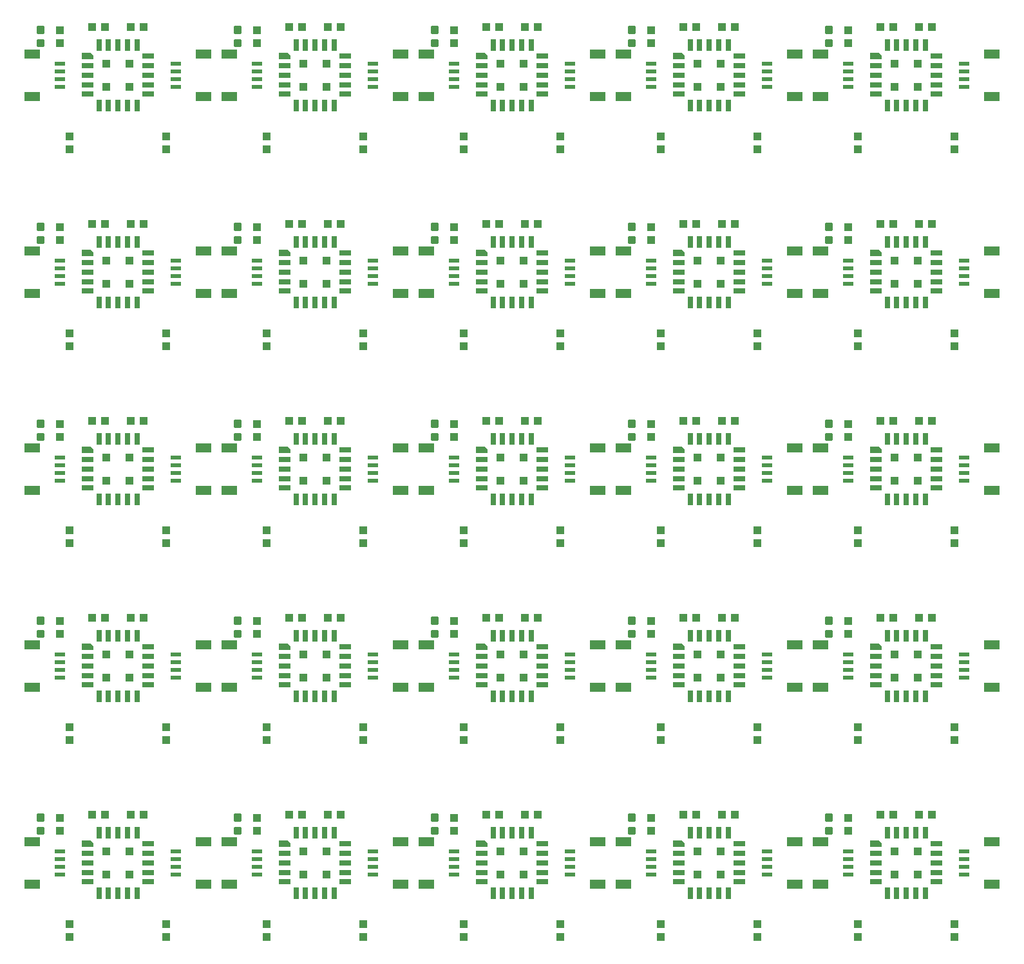
<source format=gtp>
G04 EAGLE Gerber RS-274X export*
G75*
%MOMM*%
%FSLAX34Y34*%
%LPD*%
%INSolderpaste Top*%
%IPPOS*%
%AMOC8*
5,1,8,0,0,1.08239X$1,22.5*%
G01*
%ADD10R,2.000000X1.200000*%
%ADD11R,1.350000X0.600000*%
%ADD12C,0.300000*%
%ADD13R,1.000000X1.100000*%
%ADD14R,1.500000X0.800000*%
%ADD15R,1.000000X1.000000*%
%ADD16R,0.800000X1.500000*%
%ADD17R,1.100000X1.000000*%

G36*
X1130867Y1184307D02*
X1130867Y1184307D01*
X1130862Y1184314D01*
X1130869Y1184320D01*
X1130869Y1189320D01*
X1130853Y1189341D01*
X1130855Y1189355D01*
X1127855Y1192355D01*
X1127828Y1192359D01*
X1127820Y1192369D01*
X1115820Y1192369D01*
X1115773Y1192333D01*
X1115778Y1192326D01*
X1115771Y1192320D01*
X1115771Y1184320D01*
X1115807Y1184273D01*
X1115814Y1184278D01*
X1115820Y1184271D01*
X1130820Y1184271D01*
X1130867Y1184307D01*
G37*
G36*
X871787Y1184307D02*
X871787Y1184307D01*
X871782Y1184314D01*
X871789Y1184320D01*
X871789Y1189320D01*
X871773Y1189341D01*
X871775Y1189355D01*
X868775Y1192355D01*
X868748Y1192359D01*
X868740Y1192369D01*
X856740Y1192369D01*
X856693Y1192333D01*
X856698Y1192326D01*
X856691Y1192320D01*
X856691Y1184320D01*
X856727Y1184273D01*
X856734Y1184278D01*
X856740Y1184271D01*
X871740Y1184271D01*
X871787Y1184307D01*
G37*
G36*
X612707Y1184307D02*
X612707Y1184307D01*
X612702Y1184314D01*
X612709Y1184320D01*
X612709Y1189320D01*
X612693Y1189341D01*
X612695Y1189355D01*
X609695Y1192355D01*
X609668Y1192359D01*
X609660Y1192369D01*
X597660Y1192369D01*
X597613Y1192333D01*
X597618Y1192326D01*
X597611Y1192320D01*
X597611Y1184320D01*
X597647Y1184273D01*
X597654Y1184278D01*
X597660Y1184271D01*
X612660Y1184271D01*
X612707Y1184307D01*
G37*
G36*
X353627Y1184307D02*
X353627Y1184307D01*
X353622Y1184314D01*
X353629Y1184320D01*
X353629Y1189320D01*
X353613Y1189341D01*
X353615Y1189355D01*
X350615Y1192355D01*
X350588Y1192359D01*
X350580Y1192369D01*
X338580Y1192369D01*
X338533Y1192333D01*
X338538Y1192326D01*
X338531Y1192320D01*
X338531Y1184320D01*
X338567Y1184273D01*
X338574Y1184278D01*
X338580Y1184271D01*
X353580Y1184271D01*
X353627Y1184307D01*
G37*
G36*
X94547Y1184307D02*
X94547Y1184307D01*
X94542Y1184314D01*
X94549Y1184320D01*
X94549Y1189320D01*
X94533Y1189341D01*
X94535Y1189355D01*
X91535Y1192355D01*
X91508Y1192359D01*
X91500Y1192369D01*
X79500Y1192369D01*
X79453Y1192333D01*
X79458Y1192326D01*
X79451Y1192320D01*
X79451Y1184320D01*
X79487Y1184273D01*
X79494Y1184278D01*
X79500Y1184271D01*
X94500Y1184271D01*
X94547Y1184307D01*
G37*
G36*
X1130867Y925227D02*
X1130867Y925227D01*
X1130862Y925234D01*
X1130869Y925240D01*
X1130869Y930240D01*
X1130853Y930261D01*
X1130855Y930275D01*
X1127855Y933275D01*
X1127828Y933279D01*
X1127820Y933289D01*
X1115820Y933289D01*
X1115773Y933253D01*
X1115778Y933246D01*
X1115771Y933240D01*
X1115771Y925240D01*
X1115807Y925193D01*
X1115814Y925198D01*
X1115820Y925191D01*
X1130820Y925191D01*
X1130867Y925227D01*
G37*
G36*
X871787Y925227D02*
X871787Y925227D01*
X871782Y925234D01*
X871789Y925240D01*
X871789Y930240D01*
X871773Y930261D01*
X871775Y930275D01*
X868775Y933275D01*
X868748Y933279D01*
X868740Y933289D01*
X856740Y933289D01*
X856693Y933253D01*
X856698Y933246D01*
X856691Y933240D01*
X856691Y925240D01*
X856727Y925193D01*
X856734Y925198D01*
X856740Y925191D01*
X871740Y925191D01*
X871787Y925227D01*
G37*
G36*
X94547Y925227D02*
X94547Y925227D01*
X94542Y925234D01*
X94549Y925240D01*
X94549Y930240D01*
X94533Y930261D01*
X94535Y930275D01*
X91535Y933275D01*
X91508Y933279D01*
X91500Y933289D01*
X79500Y933289D01*
X79453Y933253D01*
X79458Y933246D01*
X79451Y933240D01*
X79451Y925240D01*
X79487Y925193D01*
X79494Y925198D01*
X79500Y925191D01*
X94500Y925191D01*
X94547Y925227D01*
G37*
G36*
X353627Y925227D02*
X353627Y925227D01*
X353622Y925234D01*
X353629Y925240D01*
X353629Y930240D01*
X353613Y930261D01*
X353615Y930275D01*
X350615Y933275D01*
X350588Y933279D01*
X350580Y933289D01*
X338580Y933289D01*
X338533Y933253D01*
X338538Y933246D01*
X338531Y933240D01*
X338531Y925240D01*
X338567Y925193D01*
X338574Y925198D01*
X338580Y925191D01*
X353580Y925191D01*
X353627Y925227D01*
G37*
G36*
X612707Y925227D02*
X612707Y925227D01*
X612702Y925234D01*
X612709Y925240D01*
X612709Y930240D01*
X612693Y930261D01*
X612695Y930275D01*
X609695Y933275D01*
X609668Y933279D01*
X609660Y933289D01*
X597660Y933289D01*
X597613Y933253D01*
X597618Y933246D01*
X597611Y933240D01*
X597611Y925240D01*
X597647Y925193D01*
X597654Y925198D01*
X597660Y925191D01*
X612660Y925191D01*
X612707Y925227D01*
G37*
G36*
X1130867Y666147D02*
X1130867Y666147D01*
X1130862Y666154D01*
X1130869Y666160D01*
X1130869Y671160D01*
X1130853Y671181D01*
X1130855Y671195D01*
X1127855Y674195D01*
X1127828Y674199D01*
X1127820Y674209D01*
X1115820Y674209D01*
X1115773Y674173D01*
X1115778Y674166D01*
X1115771Y674160D01*
X1115771Y666160D01*
X1115807Y666113D01*
X1115814Y666118D01*
X1115820Y666111D01*
X1130820Y666111D01*
X1130867Y666147D01*
G37*
G36*
X871787Y666147D02*
X871787Y666147D01*
X871782Y666154D01*
X871789Y666160D01*
X871789Y671160D01*
X871773Y671181D01*
X871775Y671195D01*
X868775Y674195D01*
X868748Y674199D01*
X868740Y674209D01*
X856740Y674209D01*
X856693Y674173D01*
X856698Y674166D01*
X856691Y674160D01*
X856691Y666160D01*
X856727Y666113D01*
X856734Y666118D01*
X856740Y666111D01*
X871740Y666111D01*
X871787Y666147D01*
G37*
G36*
X612707Y666147D02*
X612707Y666147D01*
X612702Y666154D01*
X612709Y666160D01*
X612709Y671160D01*
X612693Y671181D01*
X612695Y671195D01*
X609695Y674195D01*
X609668Y674199D01*
X609660Y674209D01*
X597660Y674209D01*
X597613Y674173D01*
X597618Y674166D01*
X597611Y674160D01*
X597611Y666160D01*
X597647Y666113D01*
X597654Y666118D01*
X597660Y666111D01*
X612660Y666111D01*
X612707Y666147D01*
G37*
G36*
X353627Y666147D02*
X353627Y666147D01*
X353622Y666154D01*
X353629Y666160D01*
X353629Y671160D01*
X353613Y671181D01*
X353615Y671195D01*
X350615Y674195D01*
X350588Y674199D01*
X350580Y674209D01*
X338580Y674209D01*
X338533Y674173D01*
X338538Y674166D01*
X338531Y674160D01*
X338531Y666160D01*
X338567Y666113D01*
X338574Y666118D01*
X338580Y666111D01*
X353580Y666111D01*
X353627Y666147D01*
G37*
G36*
X94547Y666147D02*
X94547Y666147D01*
X94542Y666154D01*
X94549Y666160D01*
X94549Y671160D01*
X94533Y671181D01*
X94535Y671195D01*
X91535Y674195D01*
X91508Y674199D01*
X91500Y674209D01*
X79500Y674209D01*
X79453Y674173D01*
X79458Y674166D01*
X79451Y674160D01*
X79451Y666160D01*
X79487Y666113D01*
X79494Y666118D01*
X79500Y666111D01*
X94500Y666111D01*
X94547Y666147D01*
G37*
G36*
X1130867Y407067D02*
X1130867Y407067D01*
X1130862Y407074D01*
X1130869Y407080D01*
X1130869Y412080D01*
X1130853Y412101D01*
X1130855Y412115D01*
X1127855Y415115D01*
X1127828Y415119D01*
X1127820Y415129D01*
X1115820Y415129D01*
X1115773Y415093D01*
X1115778Y415086D01*
X1115771Y415080D01*
X1115771Y407080D01*
X1115807Y407033D01*
X1115814Y407038D01*
X1115820Y407031D01*
X1130820Y407031D01*
X1130867Y407067D01*
G37*
G36*
X353627Y407067D02*
X353627Y407067D01*
X353622Y407074D01*
X353629Y407080D01*
X353629Y412080D01*
X353613Y412101D01*
X353615Y412115D01*
X350615Y415115D01*
X350588Y415119D01*
X350580Y415129D01*
X338580Y415129D01*
X338533Y415093D01*
X338538Y415086D01*
X338531Y415080D01*
X338531Y407080D01*
X338567Y407033D01*
X338574Y407038D01*
X338580Y407031D01*
X353580Y407031D01*
X353627Y407067D01*
G37*
G36*
X94547Y407067D02*
X94547Y407067D01*
X94542Y407074D01*
X94549Y407080D01*
X94549Y412080D01*
X94533Y412101D01*
X94535Y412115D01*
X91535Y415115D01*
X91508Y415119D01*
X91500Y415129D01*
X79500Y415129D01*
X79453Y415093D01*
X79458Y415086D01*
X79451Y415080D01*
X79451Y407080D01*
X79487Y407033D01*
X79494Y407038D01*
X79500Y407031D01*
X94500Y407031D01*
X94547Y407067D01*
G37*
G36*
X871787Y407067D02*
X871787Y407067D01*
X871782Y407074D01*
X871789Y407080D01*
X871789Y412080D01*
X871773Y412101D01*
X871775Y412115D01*
X868775Y415115D01*
X868748Y415119D01*
X868740Y415129D01*
X856740Y415129D01*
X856693Y415093D01*
X856698Y415086D01*
X856691Y415080D01*
X856691Y407080D01*
X856727Y407033D01*
X856734Y407038D01*
X856740Y407031D01*
X871740Y407031D01*
X871787Y407067D01*
G37*
G36*
X612707Y407067D02*
X612707Y407067D01*
X612702Y407074D01*
X612709Y407080D01*
X612709Y412080D01*
X612693Y412101D01*
X612695Y412115D01*
X609695Y415115D01*
X609668Y415119D01*
X609660Y415129D01*
X597660Y415129D01*
X597613Y415093D01*
X597618Y415086D01*
X597611Y415080D01*
X597611Y407080D01*
X597647Y407033D01*
X597654Y407038D01*
X597660Y407031D01*
X612660Y407031D01*
X612707Y407067D01*
G37*
G36*
X1130867Y147987D02*
X1130867Y147987D01*
X1130862Y147994D01*
X1130869Y148000D01*
X1130869Y153000D01*
X1130853Y153021D01*
X1130855Y153035D01*
X1127855Y156035D01*
X1127828Y156039D01*
X1127820Y156049D01*
X1115820Y156049D01*
X1115773Y156013D01*
X1115778Y156006D01*
X1115771Y156000D01*
X1115771Y148000D01*
X1115807Y147953D01*
X1115814Y147958D01*
X1115820Y147951D01*
X1130820Y147951D01*
X1130867Y147987D01*
G37*
G36*
X871787Y147987D02*
X871787Y147987D01*
X871782Y147994D01*
X871789Y148000D01*
X871789Y153000D01*
X871773Y153021D01*
X871775Y153035D01*
X868775Y156035D01*
X868748Y156039D01*
X868740Y156049D01*
X856740Y156049D01*
X856693Y156013D01*
X856698Y156006D01*
X856691Y156000D01*
X856691Y148000D01*
X856727Y147953D01*
X856734Y147958D01*
X856740Y147951D01*
X871740Y147951D01*
X871787Y147987D01*
G37*
G36*
X612707Y147987D02*
X612707Y147987D01*
X612702Y147994D01*
X612709Y148000D01*
X612709Y153000D01*
X612693Y153021D01*
X612695Y153035D01*
X609695Y156035D01*
X609668Y156039D01*
X609660Y156049D01*
X597660Y156049D01*
X597613Y156013D01*
X597618Y156006D01*
X597611Y156000D01*
X597611Y148000D01*
X597647Y147953D01*
X597654Y147958D01*
X597660Y147951D01*
X612660Y147951D01*
X612707Y147987D01*
G37*
G36*
X353627Y147987D02*
X353627Y147987D01*
X353622Y147994D01*
X353629Y148000D01*
X353629Y153000D01*
X353613Y153021D01*
X353615Y153035D01*
X350615Y156035D01*
X350588Y156039D01*
X350580Y156049D01*
X338580Y156049D01*
X338533Y156013D01*
X338538Y156006D01*
X338531Y156000D01*
X338531Y148000D01*
X338567Y147953D01*
X338574Y147958D01*
X338580Y147951D01*
X353580Y147951D01*
X353627Y147987D01*
G37*
G36*
X94547Y147987D02*
X94547Y147987D01*
X94542Y147994D01*
X94549Y148000D01*
X94549Y153000D01*
X94533Y153021D01*
X94535Y153035D01*
X91535Y156035D01*
X91508Y156039D01*
X91500Y156049D01*
X79500Y156049D01*
X79453Y156013D01*
X79458Y156006D01*
X79451Y156000D01*
X79451Y148000D01*
X79487Y147953D01*
X79494Y147958D01*
X79500Y147951D01*
X94500Y147951D01*
X94547Y147987D01*
G37*
D10*
X239950Y99000D03*
X239950Y155000D03*
D11*
X203200Y112000D03*
X203200Y122000D03*
X203200Y132000D03*
X203200Y142000D03*
D10*
X14050Y155000D03*
X14050Y99000D03*
D11*
X50800Y142000D03*
X50800Y132000D03*
X50800Y122000D03*
X50800Y112000D03*
D12*
X28900Y183070D02*
X21900Y183070D01*
X21900Y190070D01*
X28900Y190070D01*
X28900Y183070D01*
X28900Y185920D02*
X21900Y185920D01*
X21900Y188770D02*
X28900Y188770D01*
X28900Y165530D02*
X21900Y165530D01*
X21900Y172530D01*
X28900Y172530D01*
X28900Y165530D01*
X28900Y168380D02*
X21900Y168380D01*
X21900Y171230D02*
X28900Y171230D01*
D13*
X50800Y169300D03*
X50800Y186300D03*
X63500Y29600D03*
X63500Y46600D03*
X190500Y29600D03*
X190500Y46600D03*
D14*
X87000Y139500D03*
X87000Y127000D03*
X87000Y114500D03*
X87000Y102000D03*
D15*
X112000Y142000D03*
X142000Y142000D03*
X142000Y112000D03*
X112000Y112000D03*
D16*
X102000Y87000D03*
X114500Y87000D03*
X127000Y87000D03*
X139500Y87000D03*
X152000Y87000D03*
D14*
X167000Y102000D03*
X167000Y114500D03*
X167000Y127000D03*
X167000Y139500D03*
X167000Y152000D03*
D16*
X152000Y167000D03*
X139500Y167000D03*
X127000Y167000D03*
X114500Y167000D03*
X102000Y167000D03*
D17*
X110100Y190500D03*
X93100Y190500D03*
X143900Y190500D03*
X160900Y190500D03*
D10*
X499030Y99000D03*
X499030Y155000D03*
D11*
X462280Y112000D03*
X462280Y122000D03*
X462280Y132000D03*
X462280Y142000D03*
D10*
X273130Y155000D03*
X273130Y99000D03*
D11*
X309880Y142000D03*
X309880Y132000D03*
X309880Y122000D03*
X309880Y112000D03*
D12*
X287980Y183070D02*
X280980Y183070D01*
X280980Y190070D01*
X287980Y190070D01*
X287980Y183070D01*
X287980Y185920D02*
X280980Y185920D01*
X280980Y188770D02*
X287980Y188770D01*
X287980Y165530D02*
X280980Y165530D01*
X280980Y172530D01*
X287980Y172530D01*
X287980Y165530D01*
X287980Y168380D02*
X280980Y168380D01*
X280980Y171230D02*
X287980Y171230D01*
D13*
X309880Y169300D03*
X309880Y186300D03*
X322580Y29600D03*
X322580Y46600D03*
X449580Y29600D03*
X449580Y46600D03*
D14*
X346080Y139500D03*
X346080Y127000D03*
X346080Y114500D03*
X346080Y102000D03*
D15*
X371080Y142000D03*
X401080Y142000D03*
X401080Y112000D03*
X371080Y112000D03*
D16*
X361080Y87000D03*
X373580Y87000D03*
X386080Y87000D03*
X398580Y87000D03*
X411080Y87000D03*
D14*
X426080Y102000D03*
X426080Y114500D03*
X426080Y127000D03*
X426080Y139500D03*
X426080Y152000D03*
D16*
X411080Y167000D03*
X398580Y167000D03*
X386080Y167000D03*
X373580Y167000D03*
X361080Y167000D03*
D17*
X369180Y190500D03*
X352180Y190500D03*
X402980Y190500D03*
X419980Y190500D03*
D10*
X758110Y99000D03*
X758110Y155000D03*
D11*
X721360Y112000D03*
X721360Y122000D03*
X721360Y132000D03*
X721360Y142000D03*
D10*
X532210Y155000D03*
X532210Y99000D03*
D11*
X568960Y142000D03*
X568960Y132000D03*
X568960Y122000D03*
X568960Y112000D03*
D12*
X547060Y183070D02*
X540060Y183070D01*
X540060Y190070D01*
X547060Y190070D01*
X547060Y183070D01*
X547060Y185920D02*
X540060Y185920D01*
X540060Y188770D02*
X547060Y188770D01*
X547060Y165530D02*
X540060Y165530D01*
X540060Y172530D01*
X547060Y172530D01*
X547060Y165530D01*
X547060Y168380D02*
X540060Y168380D01*
X540060Y171230D02*
X547060Y171230D01*
D13*
X568960Y169300D03*
X568960Y186300D03*
X581660Y29600D03*
X581660Y46600D03*
X708660Y29600D03*
X708660Y46600D03*
D14*
X605160Y139500D03*
X605160Y127000D03*
X605160Y114500D03*
X605160Y102000D03*
D15*
X630160Y142000D03*
X660160Y142000D03*
X660160Y112000D03*
X630160Y112000D03*
D16*
X620160Y87000D03*
X632660Y87000D03*
X645160Y87000D03*
X657660Y87000D03*
X670160Y87000D03*
D14*
X685160Y102000D03*
X685160Y114500D03*
X685160Y127000D03*
X685160Y139500D03*
X685160Y152000D03*
D16*
X670160Y167000D03*
X657660Y167000D03*
X645160Y167000D03*
X632660Y167000D03*
X620160Y167000D03*
D17*
X628260Y190500D03*
X611260Y190500D03*
X662060Y190500D03*
X679060Y190500D03*
D10*
X1017190Y99000D03*
X1017190Y155000D03*
D11*
X980440Y112000D03*
X980440Y122000D03*
X980440Y132000D03*
X980440Y142000D03*
D10*
X791290Y155000D03*
X791290Y99000D03*
D11*
X828040Y142000D03*
X828040Y132000D03*
X828040Y122000D03*
X828040Y112000D03*
D12*
X806140Y183070D02*
X799140Y183070D01*
X799140Y190070D01*
X806140Y190070D01*
X806140Y183070D01*
X806140Y185920D02*
X799140Y185920D01*
X799140Y188770D02*
X806140Y188770D01*
X806140Y165530D02*
X799140Y165530D01*
X799140Y172530D01*
X806140Y172530D01*
X806140Y165530D01*
X806140Y168380D02*
X799140Y168380D01*
X799140Y171230D02*
X806140Y171230D01*
D13*
X828040Y169300D03*
X828040Y186300D03*
X840740Y29600D03*
X840740Y46600D03*
X967740Y29600D03*
X967740Y46600D03*
D14*
X864240Y139500D03*
X864240Y127000D03*
X864240Y114500D03*
X864240Y102000D03*
D15*
X889240Y142000D03*
X919240Y142000D03*
X919240Y112000D03*
X889240Y112000D03*
D16*
X879240Y87000D03*
X891740Y87000D03*
X904240Y87000D03*
X916740Y87000D03*
X929240Y87000D03*
D14*
X944240Y102000D03*
X944240Y114500D03*
X944240Y127000D03*
X944240Y139500D03*
X944240Y152000D03*
D16*
X929240Y167000D03*
X916740Y167000D03*
X904240Y167000D03*
X891740Y167000D03*
X879240Y167000D03*
D17*
X887340Y190500D03*
X870340Y190500D03*
X921140Y190500D03*
X938140Y190500D03*
D10*
X1276270Y99000D03*
X1276270Y155000D03*
D11*
X1239520Y112000D03*
X1239520Y122000D03*
X1239520Y132000D03*
X1239520Y142000D03*
D10*
X1050370Y155000D03*
X1050370Y99000D03*
D11*
X1087120Y142000D03*
X1087120Y132000D03*
X1087120Y122000D03*
X1087120Y112000D03*
D12*
X1065220Y183070D02*
X1058220Y183070D01*
X1058220Y190070D01*
X1065220Y190070D01*
X1065220Y183070D01*
X1065220Y185920D02*
X1058220Y185920D01*
X1058220Y188770D02*
X1065220Y188770D01*
X1065220Y165530D02*
X1058220Y165530D01*
X1058220Y172530D01*
X1065220Y172530D01*
X1065220Y165530D01*
X1065220Y168380D02*
X1058220Y168380D01*
X1058220Y171230D02*
X1065220Y171230D01*
D13*
X1087120Y169300D03*
X1087120Y186300D03*
X1099820Y29600D03*
X1099820Y46600D03*
X1226820Y29600D03*
X1226820Y46600D03*
D14*
X1123320Y139500D03*
X1123320Y127000D03*
X1123320Y114500D03*
X1123320Y102000D03*
D15*
X1148320Y142000D03*
X1178320Y142000D03*
X1178320Y112000D03*
X1148320Y112000D03*
D16*
X1138320Y87000D03*
X1150820Y87000D03*
X1163320Y87000D03*
X1175820Y87000D03*
X1188320Y87000D03*
D14*
X1203320Y102000D03*
X1203320Y114500D03*
X1203320Y127000D03*
X1203320Y139500D03*
X1203320Y152000D03*
D16*
X1188320Y167000D03*
X1175820Y167000D03*
X1163320Y167000D03*
X1150820Y167000D03*
X1138320Y167000D03*
D17*
X1146420Y190500D03*
X1129420Y190500D03*
X1180220Y190500D03*
X1197220Y190500D03*
D10*
X239950Y358080D03*
X239950Y414080D03*
D11*
X203200Y371080D03*
X203200Y381080D03*
X203200Y391080D03*
X203200Y401080D03*
D10*
X14050Y414080D03*
X14050Y358080D03*
D11*
X50800Y401080D03*
X50800Y391080D03*
X50800Y381080D03*
X50800Y371080D03*
D12*
X28900Y442150D02*
X21900Y442150D01*
X21900Y449150D01*
X28900Y449150D01*
X28900Y442150D01*
X28900Y445000D02*
X21900Y445000D01*
X21900Y447850D02*
X28900Y447850D01*
X28900Y424610D02*
X21900Y424610D01*
X21900Y431610D01*
X28900Y431610D01*
X28900Y424610D01*
X28900Y427460D02*
X21900Y427460D01*
X21900Y430310D02*
X28900Y430310D01*
D13*
X50800Y428380D03*
X50800Y445380D03*
X63500Y288680D03*
X63500Y305680D03*
X190500Y288680D03*
X190500Y305680D03*
D14*
X87000Y398580D03*
X87000Y386080D03*
X87000Y373580D03*
X87000Y361080D03*
D15*
X112000Y401080D03*
X142000Y401080D03*
X142000Y371080D03*
X112000Y371080D03*
D16*
X102000Y346080D03*
X114500Y346080D03*
X127000Y346080D03*
X139500Y346080D03*
X152000Y346080D03*
D14*
X167000Y361080D03*
X167000Y373580D03*
X167000Y386080D03*
X167000Y398580D03*
X167000Y411080D03*
D16*
X152000Y426080D03*
X139500Y426080D03*
X127000Y426080D03*
X114500Y426080D03*
X102000Y426080D03*
D17*
X110100Y449580D03*
X93100Y449580D03*
X143900Y449580D03*
X160900Y449580D03*
D10*
X499030Y358080D03*
X499030Y414080D03*
D11*
X462280Y371080D03*
X462280Y381080D03*
X462280Y391080D03*
X462280Y401080D03*
D10*
X273130Y414080D03*
X273130Y358080D03*
D11*
X309880Y401080D03*
X309880Y391080D03*
X309880Y381080D03*
X309880Y371080D03*
D12*
X287980Y442150D02*
X280980Y442150D01*
X280980Y449150D01*
X287980Y449150D01*
X287980Y442150D01*
X287980Y445000D02*
X280980Y445000D01*
X280980Y447850D02*
X287980Y447850D01*
X287980Y424610D02*
X280980Y424610D01*
X280980Y431610D01*
X287980Y431610D01*
X287980Y424610D01*
X287980Y427460D02*
X280980Y427460D01*
X280980Y430310D02*
X287980Y430310D01*
D13*
X309880Y428380D03*
X309880Y445380D03*
X322580Y288680D03*
X322580Y305680D03*
X449580Y288680D03*
X449580Y305680D03*
D14*
X346080Y398580D03*
X346080Y386080D03*
X346080Y373580D03*
X346080Y361080D03*
D15*
X371080Y401080D03*
X401080Y401080D03*
X401080Y371080D03*
X371080Y371080D03*
D16*
X361080Y346080D03*
X373580Y346080D03*
X386080Y346080D03*
X398580Y346080D03*
X411080Y346080D03*
D14*
X426080Y361080D03*
X426080Y373580D03*
X426080Y386080D03*
X426080Y398580D03*
X426080Y411080D03*
D16*
X411080Y426080D03*
X398580Y426080D03*
X386080Y426080D03*
X373580Y426080D03*
X361080Y426080D03*
D17*
X369180Y449580D03*
X352180Y449580D03*
X402980Y449580D03*
X419980Y449580D03*
D10*
X758110Y358080D03*
X758110Y414080D03*
D11*
X721360Y371080D03*
X721360Y381080D03*
X721360Y391080D03*
X721360Y401080D03*
D10*
X532210Y414080D03*
X532210Y358080D03*
D11*
X568960Y401080D03*
X568960Y391080D03*
X568960Y381080D03*
X568960Y371080D03*
D12*
X547060Y442150D02*
X540060Y442150D01*
X540060Y449150D01*
X547060Y449150D01*
X547060Y442150D01*
X547060Y445000D02*
X540060Y445000D01*
X540060Y447850D02*
X547060Y447850D01*
X547060Y424610D02*
X540060Y424610D01*
X540060Y431610D01*
X547060Y431610D01*
X547060Y424610D01*
X547060Y427460D02*
X540060Y427460D01*
X540060Y430310D02*
X547060Y430310D01*
D13*
X568960Y428380D03*
X568960Y445380D03*
X581660Y288680D03*
X581660Y305680D03*
X708660Y288680D03*
X708660Y305680D03*
D14*
X605160Y398580D03*
X605160Y386080D03*
X605160Y373580D03*
X605160Y361080D03*
D15*
X630160Y401080D03*
X660160Y401080D03*
X660160Y371080D03*
X630160Y371080D03*
D16*
X620160Y346080D03*
X632660Y346080D03*
X645160Y346080D03*
X657660Y346080D03*
X670160Y346080D03*
D14*
X685160Y361080D03*
X685160Y373580D03*
X685160Y386080D03*
X685160Y398580D03*
X685160Y411080D03*
D16*
X670160Y426080D03*
X657660Y426080D03*
X645160Y426080D03*
X632660Y426080D03*
X620160Y426080D03*
D17*
X628260Y449580D03*
X611260Y449580D03*
X662060Y449580D03*
X679060Y449580D03*
D10*
X1017190Y358080D03*
X1017190Y414080D03*
D11*
X980440Y371080D03*
X980440Y381080D03*
X980440Y391080D03*
X980440Y401080D03*
D10*
X791290Y414080D03*
X791290Y358080D03*
D11*
X828040Y401080D03*
X828040Y391080D03*
X828040Y381080D03*
X828040Y371080D03*
D12*
X806140Y442150D02*
X799140Y442150D01*
X799140Y449150D01*
X806140Y449150D01*
X806140Y442150D01*
X806140Y445000D02*
X799140Y445000D01*
X799140Y447850D02*
X806140Y447850D01*
X806140Y424610D02*
X799140Y424610D01*
X799140Y431610D01*
X806140Y431610D01*
X806140Y424610D01*
X806140Y427460D02*
X799140Y427460D01*
X799140Y430310D02*
X806140Y430310D01*
D13*
X828040Y428380D03*
X828040Y445380D03*
X840740Y288680D03*
X840740Y305680D03*
X967740Y288680D03*
X967740Y305680D03*
D14*
X864240Y398580D03*
X864240Y386080D03*
X864240Y373580D03*
X864240Y361080D03*
D15*
X889240Y401080D03*
X919240Y401080D03*
X919240Y371080D03*
X889240Y371080D03*
D16*
X879240Y346080D03*
X891740Y346080D03*
X904240Y346080D03*
X916740Y346080D03*
X929240Y346080D03*
D14*
X944240Y361080D03*
X944240Y373580D03*
X944240Y386080D03*
X944240Y398580D03*
X944240Y411080D03*
D16*
X929240Y426080D03*
X916740Y426080D03*
X904240Y426080D03*
X891740Y426080D03*
X879240Y426080D03*
D17*
X887340Y449580D03*
X870340Y449580D03*
X921140Y449580D03*
X938140Y449580D03*
D10*
X1276270Y358080D03*
X1276270Y414080D03*
D11*
X1239520Y371080D03*
X1239520Y381080D03*
X1239520Y391080D03*
X1239520Y401080D03*
D10*
X1050370Y414080D03*
X1050370Y358080D03*
D11*
X1087120Y401080D03*
X1087120Y391080D03*
X1087120Y381080D03*
X1087120Y371080D03*
D12*
X1065220Y442150D02*
X1058220Y442150D01*
X1058220Y449150D01*
X1065220Y449150D01*
X1065220Y442150D01*
X1065220Y445000D02*
X1058220Y445000D01*
X1058220Y447850D02*
X1065220Y447850D01*
X1065220Y424610D02*
X1058220Y424610D01*
X1058220Y431610D01*
X1065220Y431610D01*
X1065220Y424610D01*
X1065220Y427460D02*
X1058220Y427460D01*
X1058220Y430310D02*
X1065220Y430310D01*
D13*
X1087120Y428380D03*
X1087120Y445380D03*
X1099820Y288680D03*
X1099820Y305680D03*
X1226820Y288680D03*
X1226820Y305680D03*
D14*
X1123320Y398580D03*
X1123320Y386080D03*
X1123320Y373580D03*
X1123320Y361080D03*
D15*
X1148320Y401080D03*
X1178320Y401080D03*
X1178320Y371080D03*
X1148320Y371080D03*
D16*
X1138320Y346080D03*
X1150820Y346080D03*
X1163320Y346080D03*
X1175820Y346080D03*
X1188320Y346080D03*
D14*
X1203320Y361080D03*
X1203320Y373580D03*
X1203320Y386080D03*
X1203320Y398580D03*
X1203320Y411080D03*
D16*
X1188320Y426080D03*
X1175820Y426080D03*
X1163320Y426080D03*
X1150820Y426080D03*
X1138320Y426080D03*
D17*
X1146420Y449580D03*
X1129420Y449580D03*
X1180220Y449580D03*
X1197220Y449580D03*
D10*
X239950Y617160D03*
X239950Y673160D03*
D11*
X203200Y630160D03*
X203200Y640160D03*
X203200Y650160D03*
X203200Y660160D03*
D10*
X14050Y673160D03*
X14050Y617160D03*
D11*
X50800Y660160D03*
X50800Y650160D03*
X50800Y640160D03*
X50800Y630160D03*
D12*
X28900Y701230D02*
X21900Y701230D01*
X21900Y708230D01*
X28900Y708230D01*
X28900Y701230D01*
X28900Y704080D02*
X21900Y704080D01*
X21900Y706930D02*
X28900Y706930D01*
X28900Y683690D02*
X21900Y683690D01*
X21900Y690690D01*
X28900Y690690D01*
X28900Y683690D01*
X28900Y686540D02*
X21900Y686540D01*
X21900Y689390D02*
X28900Y689390D01*
D13*
X50800Y687460D03*
X50800Y704460D03*
X63500Y547760D03*
X63500Y564760D03*
X190500Y547760D03*
X190500Y564760D03*
D14*
X87000Y657660D03*
X87000Y645160D03*
X87000Y632660D03*
X87000Y620160D03*
D15*
X112000Y660160D03*
X142000Y660160D03*
X142000Y630160D03*
X112000Y630160D03*
D16*
X102000Y605160D03*
X114500Y605160D03*
X127000Y605160D03*
X139500Y605160D03*
X152000Y605160D03*
D14*
X167000Y620160D03*
X167000Y632660D03*
X167000Y645160D03*
X167000Y657660D03*
X167000Y670160D03*
D16*
X152000Y685160D03*
X139500Y685160D03*
X127000Y685160D03*
X114500Y685160D03*
X102000Y685160D03*
D17*
X110100Y708660D03*
X93100Y708660D03*
X143900Y708660D03*
X160900Y708660D03*
D10*
X499030Y617160D03*
X499030Y673160D03*
D11*
X462280Y630160D03*
X462280Y640160D03*
X462280Y650160D03*
X462280Y660160D03*
D10*
X273130Y673160D03*
X273130Y617160D03*
D11*
X309880Y660160D03*
X309880Y650160D03*
X309880Y640160D03*
X309880Y630160D03*
D12*
X287980Y701230D02*
X280980Y701230D01*
X280980Y708230D01*
X287980Y708230D01*
X287980Y701230D01*
X287980Y704080D02*
X280980Y704080D01*
X280980Y706930D02*
X287980Y706930D01*
X287980Y683690D02*
X280980Y683690D01*
X280980Y690690D01*
X287980Y690690D01*
X287980Y683690D01*
X287980Y686540D02*
X280980Y686540D01*
X280980Y689390D02*
X287980Y689390D01*
D13*
X309880Y687460D03*
X309880Y704460D03*
X322580Y547760D03*
X322580Y564760D03*
X449580Y547760D03*
X449580Y564760D03*
D14*
X346080Y657660D03*
X346080Y645160D03*
X346080Y632660D03*
X346080Y620160D03*
D15*
X371080Y660160D03*
X401080Y660160D03*
X401080Y630160D03*
X371080Y630160D03*
D16*
X361080Y605160D03*
X373580Y605160D03*
X386080Y605160D03*
X398580Y605160D03*
X411080Y605160D03*
D14*
X426080Y620160D03*
X426080Y632660D03*
X426080Y645160D03*
X426080Y657660D03*
X426080Y670160D03*
D16*
X411080Y685160D03*
X398580Y685160D03*
X386080Y685160D03*
X373580Y685160D03*
X361080Y685160D03*
D17*
X369180Y708660D03*
X352180Y708660D03*
X402980Y708660D03*
X419980Y708660D03*
D10*
X758110Y617160D03*
X758110Y673160D03*
D11*
X721360Y630160D03*
X721360Y640160D03*
X721360Y650160D03*
X721360Y660160D03*
D10*
X532210Y673160D03*
X532210Y617160D03*
D11*
X568960Y660160D03*
X568960Y650160D03*
X568960Y640160D03*
X568960Y630160D03*
D12*
X547060Y701230D02*
X540060Y701230D01*
X540060Y708230D01*
X547060Y708230D01*
X547060Y701230D01*
X547060Y704080D02*
X540060Y704080D01*
X540060Y706930D02*
X547060Y706930D01*
X547060Y683690D02*
X540060Y683690D01*
X540060Y690690D01*
X547060Y690690D01*
X547060Y683690D01*
X547060Y686540D02*
X540060Y686540D01*
X540060Y689390D02*
X547060Y689390D01*
D13*
X568960Y687460D03*
X568960Y704460D03*
X581660Y547760D03*
X581660Y564760D03*
X708660Y547760D03*
X708660Y564760D03*
D14*
X605160Y657660D03*
X605160Y645160D03*
X605160Y632660D03*
X605160Y620160D03*
D15*
X630160Y660160D03*
X660160Y660160D03*
X660160Y630160D03*
X630160Y630160D03*
D16*
X620160Y605160D03*
X632660Y605160D03*
X645160Y605160D03*
X657660Y605160D03*
X670160Y605160D03*
D14*
X685160Y620160D03*
X685160Y632660D03*
X685160Y645160D03*
X685160Y657660D03*
X685160Y670160D03*
D16*
X670160Y685160D03*
X657660Y685160D03*
X645160Y685160D03*
X632660Y685160D03*
X620160Y685160D03*
D17*
X628260Y708660D03*
X611260Y708660D03*
X662060Y708660D03*
X679060Y708660D03*
D10*
X1017190Y617160D03*
X1017190Y673160D03*
D11*
X980440Y630160D03*
X980440Y640160D03*
X980440Y650160D03*
X980440Y660160D03*
D10*
X791290Y673160D03*
X791290Y617160D03*
D11*
X828040Y660160D03*
X828040Y650160D03*
X828040Y640160D03*
X828040Y630160D03*
D12*
X806140Y701230D02*
X799140Y701230D01*
X799140Y708230D01*
X806140Y708230D01*
X806140Y701230D01*
X806140Y704080D02*
X799140Y704080D01*
X799140Y706930D02*
X806140Y706930D01*
X806140Y683690D02*
X799140Y683690D01*
X799140Y690690D01*
X806140Y690690D01*
X806140Y683690D01*
X806140Y686540D02*
X799140Y686540D01*
X799140Y689390D02*
X806140Y689390D01*
D13*
X828040Y687460D03*
X828040Y704460D03*
X840740Y547760D03*
X840740Y564760D03*
X967740Y547760D03*
X967740Y564760D03*
D14*
X864240Y657660D03*
X864240Y645160D03*
X864240Y632660D03*
X864240Y620160D03*
D15*
X889240Y660160D03*
X919240Y660160D03*
X919240Y630160D03*
X889240Y630160D03*
D16*
X879240Y605160D03*
X891740Y605160D03*
X904240Y605160D03*
X916740Y605160D03*
X929240Y605160D03*
D14*
X944240Y620160D03*
X944240Y632660D03*
X944240Y645160D03*
X944240Y657660D03*
X944240Y670160D03*
D16*
X929240Y685160D03*
X916740Y685160D03*
X904240Y685160D03*
X891740Y685160D03*
X879240Y685160D03*
D17*
X887340Y708660D03*
X870340Y708660D03*
X921140Y708660D03*
X938140Y708660D03*
D10*
X1276270Y617160D03*
X1276270Y673160D03*
D11*
X1239520Y630160D03*
X1239520Y640160D03*
X1239520Y650160D03*
X1239520Y660160D03*
D10*
X1050370Y673160D03*
X1050370Y617160D03*
D11*
X1087120Y660160D03*
X1087120Y650160D03*
X1087120Y640160D03*
X1087120Y630160D03*
D12*
X1065220Y701230D02*
X1058220Y701230D01*
X1058220Y708230D01*
X1065220Y708230D01*
X1065220Y701230D01*
X1065220Y704080D02*
X1058220Y704080D01*
X1058220Y706930D02*
X1065220Y706930D01*
X1065220Y683690D02*
X1058220Y683690D01*
X1058220Y690690D01*
X1065220Y690690D01*
X1065220Y683690D01*
X1065220Y686540D02*
X1058220Y686540D01*
X1058220Y689390D02*
X1065220Y689390D01*
D13*
X1087120Y687460D03*
X1087120Y704460D03*
X1099820Y547760D03*
X1099820Y564760D03*
X1226820Y547760D03*
X1226820Y564760D03*
D14*
X1123320Y657660D03*
X1123320Y645160D03*
X1123320Y632660D03*
X1123320Y620160D03*
D15*
X1148320Y660160D03*
X1178320Y660160D03*
X1178320Y630160D03*
X1148320Y630160D03*
D16*
X1138320Y605160D03*
X1150820Y605160D03*
X1163320Y605160D03*
X1175820Y605160D03*
X1188320Y605160D03*
D14*
X1203320Y620160D03*
X1203320Y632660D03*
X1203320Y645160D03*
X1203320Y657660D03*
X1203320Y670160D03*
D16*
X1188320Y685160D03*
X1175820Y685160D03*
X1163320Y685160D03*
X1150820Y685160D03*
X1138320Y685160D03*
D17*
X1146420Y708660D03*
X1129420Y708660D03*
X1180220Y708660D03*
X1197220Y708660D03*
D10*
X239950Y876240D03*
X239950Y932240D03*
D11*
X203200Y889240D03*
X203200Y899240D03*
X203200Y909240D03*
X203200Y919240D03*
D10*
X14050Y932240D03*
X14050Y876240D03*
D11*
X50800Y919240D03*
X50800Y909240D03*
X50800Y899240D03*
X50800Y889240D03*
D12*
X28900Y960310D02*
X21900Y960310D01*
X21900Y967310D01*
X28900Y967310D01*
X28900Y960310D01*
X28900Y963160D02*
X21900Y963160D01*
X21900Y966010D02*
X28900Y966010D01*
X28900Y942770D02*
X21900Y942770D01*
X21900Y949770D01*
X28900Y949770D01*
X28900Y942770D01*
X28900Y945620D02*
X21900Y945620D01*
X21900Y948470D02*
X28900Y948470D01*
D13*
X50800Y946540D03*
X50800Y963540D03*
X63500Y806840D03*
X63500Y823840D03*
X190500Y806840D03*
X190500Y823840D03*
D14*
X87000Y916740D03*
X87000Y904240D03*
X87000Y891740D03*
X87000Y879240D03*
D15*
X112000Y919240D03*
X142000Y919240D03*
X142000Y889240D03*
X112000Y889240D03*
D16*
X102000Y864240D03*
X114500Y864240D03*
X127000Y864240D03*
X139500Y864240D03*
X152000Y864240D03*
D14*
X167000Y879240D03*
X167000Y891740D03*
X167000Y904240D03*
X167000Y916740D03*
X167000Y929240D03*
D16*
X152000Y944240D03*
X139500Y944240D03*
X127000Y944240D03*
X114500Y944240D03*
X102000Y944240D03*
D17*
X110100Y967740D03*
X93100Y967740D03*
X143900Y967740D03*
X160900Y967740D03*
D10*
X499030Y876240D03*
X499030Y932240D03*
D11*
X462280Y889240D03*
X462280Y899240D03*
X462280Y909240D03*
X462280Y919240D03*
D10*
X273130Y932240D03*
X273130Y876240D03*
D11*
X309880Y919240D03*
X309880Y909240D03*
X309880Y899240D03*
X309880Y889240D03*
D12*
X287980Y960310D02*
X280980Y960310D01*
X280980Y967310D01*
X287980Y967310D01*
X287980Y960310D01*
X287980Y963160D02*
X280980Y963160D01*
X280980Y966010D02*
X287980Y966010D01*
X287980Y942770D02*
X280980Y942770D01*
X280980Y949770D01*
X287980Y949770D01*
X287980Y942770D01*
X287980Y945620D02*
X280980Y945620D01*
X280980Y948470D02*
X287980Y948470D01*
D13*
X309880Y946540D03*
X309880Y963540D03*
X322580Y806840D03*
X322580Y823840D03*
X449580Y806840D03*
X449580Y823840D03*
D14*
X346080Y916740D03*
X346080Y904240D03*
X346080Y891740D03*
X346080Y879240D03*
D15*
X371080Y919240D03*
X401080Y919240D03*
X401080Y889240D03*
X371080Y889240D03*
D16*
X361080Y864240D03*
X373580Y864240D03*
X386080Y864240D03*
X398580Y864240D03*
X411080Y864240D03*
D14*
X426080Y879240D03*
X426080Y891740D03*
X426080Y904240D03*
X426080Y916740D03*
X426080Y929240D03*
D16*
X411080Y944240D03*
X398580Y944240D03*
X386080Y944240D03*
X373580Y944240D03*
X361080Y944240D03*
D17*
X369180Y967740D03*
X352180Y967740D03*
X402980Y967740D03*
X419980Y967740D03*
D10*
X758110Y876240D03*
X758110Y932240D03*
D11*
X721360Y889240D03*
X721360Y899240D03*
X721360Y909240D03*
X721360Y919240D03*
D10*
X532210Y932240D03*
X532210Y876240D03*
D11*
X568960Y919240D03*
X568960Y909240D03*
X568960Y899240D03*
X568960Y889240D03*
D12*
X547060Y960310D02*
X540060Y960310D01*
X540060Y967310D01*
X547060Y967310D01*
X547060Y960310D01*
X547060Y963160D02*
X540060Y963160D01*
X540060Y966010D02*
X547060Y966010D01*
X547060Y942770D02*
X540060Y942770D01*
X540060Y949770D01*
X547060Y949770D01*
X547060Y942770D01*
X547060Y945620D02*
X540060Y945620D01*
X540060Y948470D02*
X547060Y948470D01*
D13*
X568960Y946540D03*
X568960Y963540D03*
X581660Y806840D03*
X581660Y823840D03*
X708660Y806840D03*
X708660Y823840D03*
D14*
X605160Y916740D03*
X605160Y904240D03*
X605160Y891740D03*
X605160Y879240D03*
D15*
X630160Y919240D03*
X660160Y919240D03*
X660160Y889240D03*
X630160Y889240D03*
D16*
X620160Y864240D03*
X632660Y864240D03*
X645160Y864240D03*
X657660Y864240D03*
X670160Y864240D03*
D14*
X685160Y879240D03*
X685160Y891740D03*
X685160Y904240D03*
X685160Y916740D03*
X685160Y929240D03*
D16*
X670160Y944240D03*
X657660Y944240D03*
X645160Y944240D03*
X632660Y944240D03*
X620160Y944240D03*
D17*
X628260Y967740D03*
X611260Y967740D03*
X662060Y967740D03*
X679060Y967740D03*
D10*
X1017190Y876240D03*
X1017190Y932240D03*
D11*
X980440Y889240D03*
X980440Y899240D03*
X980440Y909240D03*
X980440Y919240D03*
D10*
X791290Y932240D03*
X791290Y876240D03*
D11*
X828040Y919240D03*
X828040Y909240D03*
X828040Y899240D03*
X828040Y889240D03*
D12*
X806140Y960310D02*
X799140Y960310D01*
X799140Y967310D01*
X806140Y967310D01*
X806140Y960310D01*
X806140Y963160D02*
X799140Y963160D01*
X799140Y966010D02*
X806140Y966010D01*
X806140Y942770D02*
X799140Y942770D01*
X799140Y949770D01*
X806140Y949770D01*
X806140Y942770D01*
X806140Y945620D02*
X799140Y945620D01*
X799140Y948470D02*
X806140Y948470D01*
D13*
X828040Y946540D03*
X828040Y963540D03*
X840740Y806840D03*
X840740Y823840D03*
X967740Y806840D03*
X967740Y823840D03*
D14*
X864240Y916740D03*
X864240Y904240D03*
X864240Y891740D03*
X864240Y879240D03*
D15*
X889240Y919240D03*
X919240Y919240D03*
X919240Y889240D03*
X889240Y889240D03*
D16*
X879240Y864240D03*
X891740Y864240D03*
X904240Y864240D03*
X916740Y864240D03*
X929240Y864240D03*
D14*
X944240Y879240D03*
X944240Y891740D03*
X944240Y904240D03*
X944240Y916740D03*
X944240Y929240D03*
D16*
X929240Y944240D03*
X916740Y944240D03*
X904240Y944240D03*
X891740Y944240D03*
X879240Y944240D03*
D17*
X887340Y967740D03*
X870340Y967740D03*
X921140Y967740D03*
X938140Y967740D03*
D10*
X1276270Y876240D03*
X1276270Y932240D03*
D11*
X1239520Y889240D03*
X1239520Y899240D03*
X1239520Y909240D03*
X1239520Y919240D03*
D10*
X1050370Y932240D03*
X1050370Y876240D03*
D11*
X1087120Y919240D03*
X1087120Y909240D03*
X1087120Y899240D03*
X1087120Y889240D03*
D12*
X1065220Y960310D02*
X1058220Y960310D01*
X1058220Y967310D01*
X1065220Y967310D01*
X1065220Y960310D01*
X1065220Y963160D02*
X1058220Y963160D01*
X1058220Y966010D02*
X1065220Y966010D01*
X1065220Y942770D02*
X1058220Y942770D01*
X1058220Y949770D01*
X1065220Y949770D01*
X1065220Y942770D01*
X1065220Y945620D02*
X1058220Y945620D01*
X1058220Y948470D02*
X1065220Y948470D01*
D13*
X1087120Y946540D03*
X1087120Y963540D03*
X1099820Y806840D03*
X1099820Y823840D03*
X1226820Y806840D03*
X1226820Y823840D03*
D14*
X1123320Y916740D03*
X1123320Y904240D03*
X1123320Y891740D03*
X1123320Y879240D03*
D15*
X1148320Y919240D03*
X1178320Y919240D03*
X1178320Y889240D03*
X1148320Y889240D03*
D16*
X1138320Y864240D03*
X1150820Y864240D03*
X1163320Y864240D03*
X1175820Y864240D03*
X1188320Y864240D03*
D14*
X1203320Y879240D03*
X1203320Y891740D03*
X1203320Y904240D03*
X1203320Y916740D03*
X1203320Y929240D03*
D16*
X1188320Y944240D03*
X1175820Y944240D03*
X1163320Y944240D03*
X1150820Y944240D03*
X1138320Y944240D03*
D17*
X1146420Y967740D03*
X1129420Y967740D03*
X1180220Y967740D03*
X1197220Y967740D03*
D10*
X239950Y1135320D03*
X239950Y1191320D03*
D11*
X203200Y1148320D03*
X203200Y1158320D03*
X203200Y1168320D03*
X203200Y1178320D03*
D10*
X14050Y1191320D03*
X14050Y1135320D03*
D11*
X50800Y1178320D03*
X50800Y1168320D03*
X50800Y1158320D03*
X50800Y1148320D03*
D12*
X28900Y1219390D02*
X21900Y1219390D01*
X21900Y1226390D01*
X28900Y1226390D01*
X28900Y1219390D01*
X28900Y1222240D02*
X21900Y1222240D01*
X21900Y1225090D02*
X28900Y1225090D01*
X28900Y1201850D02*
X21900Y1201850D01*
X21900Y1208850D01*
X28900Y1208850D01*
X28900Y1201850D01*
X28900Y1204700D02*
X21900Y1204700D01*
X21900Y1207550D02*
X28900Y1207550D01*
D13*
X50800Y1205620D03*
X50800Y1222620D03*
X63500Y1065920D03*
X63500Y1082920D03*
X190500Y1065920D03*
X190500Y1082920D03*
D14*
X87000Y1175820D03*
X87000Y1163320D03*
X87000Y1150820D03*
X87000Y1138320D03*
D15*
X112000Y1178320D03*
X142000Y1178320D03*
X142000Y1148320D03*
X112000Y1148320D03*
D16*
X102000Y1123320D03*
X114500Y1123320D03*
X127000Y1123320D03*
X139500Y1123320D03*
X152000Y1123320D03*
D14*
X167000Y1138320D03*
X167000Y1150820D03*
X167000Y1163320D03*
X167000Y1175820D03*
X167000Y1188320D03*
D16*
X152000Y1203320D03*
X139500Y1203320D03*
X127000Y1203320D03*
X114500Y1203320D03*
X102000Y1203320D03*
D17*
X110100Y1226820D03*
X93100Y1226820D03*
X143900Y1226820D03*
X160900Y1226820D03*
D10*
X499030Y1135320D03*
X499030Y1191320D03*
D11*
X462280Y1148320D03*
X462280Y1158320D03*
X462280Y1168320D03*
X462280Y1178320D03*
D10*
X273130Y1191320D03*
X273130Y1135320D03*
D11*
X309880Y1178320D03*
X309880Y1168320D03*
X309880Y1158320D03*
X309880Y1148320D03*
D12*
X287980Y1219390D02*
X280980Y1219390D01*
X280980Y1226390D01*
X287980Y1226390D01*
X287980Y1219390D01*
X287980Y1222240D02*
X280980Y1222240D01*
X280980Y1225090D02*
X287980Y1225090D01*
X287980Y1201850D02*
X280980Y1201850D01*
X280980Y1208850D01*
X287980Y1208850D01*
X287980Y1201850D01*
X287980Y1204700D02*
X280980Y1204700D01*
X280980Y1207550D02*
X287980Y1207550D01*
D13*
X309880Y1205620D03*
X309880Y1222620D03*
X322580Y1065920D03*
X322580Y1082920D03*
X449580Y1065920D03*
X449580Y1082920D03*
D14*
X346080Y1175820D03*
X346080Y1163320D03*
X346080Y1150820D03*
X346080Y1138320D03*
D15*
X371080Y1178320D03*
X401080Y1178320D03*
X401080Y1148320D03*
X371080Y1148320D03*
D16*
X361080Y1123320D03*
X373580Y1123320D03*
X386080Y1123320D03*
X398580Y1123320D03*
X411080Y1123320D03*
D14*
X426080Y1138320D03*
X426080Y1150820D03*
X426080Y1163320D03*
X426080Y1175820D03*
X426080Y1188320D03*
D16*
X411080Y1203320D03*
X398580Y1203320D03*
X386080Y1203320D03*
X373580Y1203320D03*
X361080Y1203320D03*
D17*
X369180Y1226820D03*
X352180Y1226820D03*
X402980Y1226820D03*
X419980Y1226820D03*
D10*
X758110Y1135320D03*
X758110Y1191320D03*
D11*
X721360Y1148320D03*
X721360Y1158320D03*
X721360Y1168320D03*
X721360Y1178320D03*
D10*
X532210Y1191320D03*
X532210Y1135320D03*
D11*
X568960Y1178320D03*
X568960Y1168320D03*
X568960Y1158320D03*
X568960Y1148320D03*
D12*
X547060Y1219390D02*
X540060Y1219390D01*
X540060Y1226390D01*
X547060Y1226390D01*
X547060Y1219390D01*
X547060Y1222240D02*
X540060Y1222240D01*
X540060Y1225090D02*
X547060Y1225090D01*
X547060Y1201850D02*
X540060Y1201850D01*
X540060Y1208850D01*
X547060Y1208850D01*
X547060Y1201850D01*
X547060Y1204700D02*
X540060Y1204700D01*
X540060Y1207550D02*
X547060Y1207550D01*
D13*
X568960Y1205620D03*
X568960Y1222620D03*
X581660Y1065920D03*
X581660Y1082920D03*
X708660Y1065920D03*
X708660Y1082920D03*
D14*
X605160Y1175820D03*
X605160Y1163320D03*
X605160Y1150820D03*
X605160Y1138320D03*
D15*
X630160Y1178320D03*
X660160Y1178320D03*
X660160Y1148320D03*
X630160Y1148320D03*
D16*
X620160Y1123320D03*
X632660Y1123320D03*
X645160Y1123320D03*
X657660Y1123320D03*
X670160Y1123320D03*
D14*
X685160Y1138320D03*
X685160Y1150820D03*
X685160Y1163320D03*
X685160Y1175820D03*
X685160Y1188320D03*
D16*
X670160Y1203320D03*
X657660Y1203320D03*
X645160Y1203320D03*
X632660Y1203320D03*
X620160Y1203320D03*
D17*
X628260Y1226820D03*
X611260Y1226820D03*
X662060Y1226820D03*
X679060Y1226820D03*
D10*
X1017190Y1135320D03*
X1017190Y1191320D03*
D11*
X980440Y1148320D03*
X980440Y1158320D03*
X980440Y1168320D03*
X980440Y1178320D03*
D10*
X791290Y1191320D03*
X791290Y1135320D03*
D11*
X828040Y1178320D03*
X828040Y1168320D03*
X828040Y1158320D03*
X828040Y1148320D03*
D12*
X806140Y1219390D02*
X799140Y1219390D01*
X799140Y1226390D01*
X806140Y1226390D01*
X806140Y1219390D01*
X806140Y1222240D02*
X799140Y1222240D01*
X799140Y1225090D02*
X806140Y1225090D01*
X806140Y1201850D02*
X799140Y1201850D01*
X799140Y1208850D01*
X806140Y1208850D01*
X806140Y1201850D01*
X806140Y1204700D02*
X799140Y1204700D01*
X799140Y1207550D02*
X806140Y1207550D01*
D13*
X828040Y1205620D03*
X828040Y1222620D03*
X840740Y1065920D03*
X840740Y1082920D03*
X967740Y1065920D03*
X967740Y1082920D03*
D14*
X864240Y1175820D03*
X864240Y1163320D03*
X864240Y1150820D03*
X864240Y1138320D03*
D15*
X889240Y1178320D03*
X919240Y1178320D03*
X919240Y1148320D03*
X889240Y1148320D03*
D16*
X879240Y1123320D03*
X891740Y1123320D03*
X904240Y1123320D03*
X916740Y1123320D03*
X929240Y1123320D03*
D14*
X944240Y1138320D03*
X944240Y1150820D03*
X944240Y1163320D03*
X944240Y1175820D03*
X944240Y1188320D03*
D16*
X929240Y1203320D03*
X916740Y1203320D03*
X904240Y1203320D03*
X891740Y1203320D03*
X879240Y1203320D03*
D17*
X887340Y1226820D03*
X870340Y1226820D03*
X921140Y1226820D03*
X938140Y1226820D03*
D10*
X1276270Y1135320D03*
X1276270Y1191320D03*
D11*
X1239520Y1148320D03*
X1239520Y1158320D03*
X1239520Y1168320D03*
X1239520Y1178320D03*
D10*
X1050370Y1191320D03*
X1050370Y1135320D03*
D11*
X1087120Y1178320D03*
X1087120Y1168320D03*
X1087120Y1158320D03*
X1087120Y1148320D03*
D12*
X1065220Y1219390D02*
X1058220Y1219390D01*
X1058220Y1226390D01*
X1065220Y1226390D01*
X1065220Y1219390D01*
X1065220Y1222240D02*
X1058220Y1222240D01*
X1058220Y1225090D02*
X1065220Y1225090D01*
X1065220Y1201850D02*
X1058220Y1201850D01*
X1058220Y1208850D01*
X1065220Y1208850D01*
X1065220Y1201850D01*
X1065220Y1204700D02*
X1058220Y1204700D01*
X1058220Y1207550D02*
X1065220Y1207550D01*
D13*
X1087120Y1205620D03*
X1087120Y1222620D03*
X1099820Y1065920D03*
X1099820Y1082920D03*
X1226820Y1065920D03*
X1226820Y1082920D03*
D14*
X1123320Y1175820D03*
X1123320Y1163320D03*
X1123320Y1150820D03*
X1123320Y1138320D03*
D15*
X1148320Y1178320D03*
X1178320Y1178320D03*
X1178320Y1148320D03*
X1148320Y1148320D03*
D16*
X1138320Y1123320D03*
X1150820Y1123320D03*
X1163320Y1123320D03*
X1175820Y1123320D03*
X1188320Y1123320D03*
D14*
X1203320Y1138320D03*
X1203320Y1150820D03*
X1203320Y1163320D03*
X1203320Y1175820D03*
X1203320Y1188320D03*
D16*
X1188320Y1203320D03*
X1175820Y1203320D03*
X1163320Y1203320D03*
X1150820Y1203320D03*
X1138320Y1203320D03*
D17*
X1146420Y1226820D03*
X1129420Y1226820D03*
X1180220Y1226820D03*
X1197220Y1226820D03*
M02*

</source>
